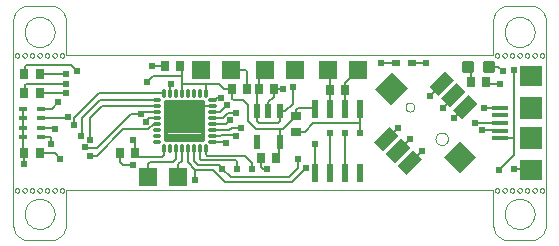
<source format=gtl>
G75*
%MOIN*%
%OFA0B0*%
%FSLAX24Y24*%
%IPPOS*%
%LPD*%
%AMOC8*
5,1,8,0,0,1.08239X$1,22.5*
%
%ADD10C,0.0000*%
%ADD11R,0.0728X0.0433*%
%ADD12R,0.0787X0.0748*%
%ADD13R,0.0551X0.0138*%
%ADD14R,0.0748X0.0709*%
%ADD15R,0.0748X0.0748*%
%ADD16R,0.0236X0.0610*%
%ADD17R,0.0217X0.0472*%
%ADD18C,0.0118*%
%ADD19R,0.0600X0.0600*%
%ADD20R,0.0276X0.0197*%
%ADD21R,0.0276X0.0354*%
%ADD22R,0.0354X0.0276*%
%ADD23C,0.0138*%
%ADD24R,0.0276X0.0177*%
%ADD25C,0.0240*%
%ADD26C,0.0080*%
D10*
X004943Y002737D02*
X005693Y002737D01*
X005737Y002739D01*
X005780Y002745D01*
X005822Y002754D01*
X005864Y002767D01*
X005904Y002784D01*
X005943Y002804D01*
X005980Y002827D01*
X006014Y002854D01*
X006047Y002883D01*
X006076Y002916D01*
X006103Y002950D01*
X006126Y002987D01*
X006146Y003026D01*
X006163Y003066D01*
X006176Y003108D01*
X006185Y003150D01*
X006191Y003193D01*
X006193Y003237D01*
X006193Y004393D01*
X020443Y004393D01*
X020443Y003237D01*
X020445Y003193D01*
X020451Y003150D01*
X020460Y003108D01*
X020473Y003066D01*
X020490Y003026D01*
X020510Y002987D01*
X020533Y002950D01*
X020560Y002916D01*
X020589Y002883D01*
X020622Y002854D01*
X020656Y002827D01*
X020693Y002804D01*
X020732Y002784D01*
X020772Y002767D01*
X020814Y002754D01*
X020856Y002745D01*
X020899Y002739D01*
X020943Y002737D01*
X021693Y002737D01*
X021737Y002739D01*
X021780Y002745D01*
X021822Y002754D01*
X021864Y002767D01*
X021904Y002784D01*
X021943Y002804D01*
X021980Y002827D01*
X022014Y002854D01*
X022047Y002883D01*
X022076Y002916D01*
X022103Y002950D01*
X022126Y002987D01*
X022146Y003026D01*
X022163Y003066D01*
X022176Y003108D01*
X022185Y003150D01*
X022191Y003193D01*
X022193Y003237D01*
X022193Y010050D01*
X022191Y010094D01*
X022185Y010137D01*
X022176Y010179D01*
X022163Y010221D01*
X022146Y010261D01*
X022126Y010300D01*
X022103Y010337D01*
X022076Y010371D01*
X022047Y010404D01*
X022014Y010433D01*
X021980Y010460D01*
X021943Y010483D01*
X021904Y010503D01*
X021864Y010520D01*
X021822Y010533D01*
X021780Y010542D01*
X021737Y010548D01*
X021693Y010550D01*
X020943Y010550D01*
X020899Y010548D01*
X020856Y010542D01*
X020814Y010533D01*
X020772Y010520D01*
X020732Y010503D01*
X020693Y010483D01*
X020656Y010460D01*
X020622Y010433D01*
X020589Y010404D01*
X020560Y010371D01*
X020533Y010337D01*
X020510Y010300D01*
X020490Y010261D01*
X020473Y010221D01*
X020460Y010179D01*
X020451Y010137D01*
X020445Y010094D01*
X020443Y010050D01*
X020443Y008893D01*
X006193Y008893D01*
X006193Y010050D01*
X006191Y010094D01*
X006185Y010137D01*
X006176Y010179D01*
X006163Y010221D01*
X006146Y010261D01*
X006126Y010300D01*
X006103Y010337D01*
X006076Y010371D01*
X006047Y010404D01*
X006014Y010433D01*
X005980Y010460D01*
X005943Y010483D01*
X005904Y010503D01*
X005864Y010520D01*
X005822Y010533D01*
X005780Y010542D01*
X005737Y010548D01*
X005693Y010550D01*
X004943Y010550D01*
X004899Y010548D01*
X004856Y010542D01*
X004814Y010533D01*
X004772Y010520D01*
X004732Y010503D01*
X004693Y010483D01*
X004656Y010460D01*
X004622Y010433D01*
X004589Y010404D01*
X004560Y010371D01*
X004533Y010337D01*
X004510Y010300D01*
X004490Y010261D01*
X004473Y010221D01*
X004460Y010179D01*
X004451Y010137D01*
X004445Y010094D01*
X004443Y010050D01*
X004443Y003237D01*
X004445Y003193D01*
X004451Y003150D01*
X004460Y003108D01*
X004473Y003066D01*
X004490Y003026D01*
X004510Y002987D01*
X004533Y002950D01*
X004560Y002916D01*
X004589Y002883D01*
X004622Y002854D01*
X004656Y002827D01*
X004693Y002804D01*
X004732Y002784D01*
X004772Y002767D01*
X004814Y002754D01*
X004856Y002745D01*
X004899Y002739D01*
X004943Y002737D01*
X004818Y003612D02*
X004820Y003656D01*
X004826Y003700D01*
X004836Y003743D01*
X004849Y003785D01*
X004866Y003826D01*
X004887Y003865D01*
X004911Y003902D01*
X004938Y003937D01*
X004968Y003969D01*
X005001Y003999D01*
X005037Y004025D01*
X005074Y004049D01*
X005114Y004068D01*
X005155Y004085D01*
X005198Y004097D01*
X005241Y004106D01*
X005285Y004111D01*
X005329Y004112D01*
X005373Y004109D01*
X005417Y004102D01*
X005460Y004091D01*
X005502Y004077D01*
X005542Y004059D01*
X005581Y004037D01*
X005617Y004013D01*
X005651Y003985D01*
X005683Y003954D01*
X005712Y003920D01*
X005738Y003884D01*
X005760Y003846D01*
X005779Y003806D01*
X005794Y003764D01*
X005806Y003722D01*
X005814Y003678D01*
X005818Y003634D01*
X005818Y003590D01*
X005814Y003546D01*
X005806Y003502D01*
X005794Y003460D01*
X005779Y003418D01*
X005760Y003378D01*
X005738Y003340D01*
X005712Y003304D01*
X005683Y003270D01*
X005651Y003239D01*
X005617Y003211D01*
X005581Y003187D01*
X005542Y003165D01*
X005502Y003147D01*
X005460Y003133D01*
X005417Y003122D01*
X005373Y003115D01*
X005329Y003112D01*
X005285Y003113D01*
X005241Y003118D01*
X005198Y003127D01*
X005155Y003139D01*
X005114Y003156D01*
X005074Y003175D01*
X005037Y003199D01*
X005001Y003225D01*
X004968Y003255D01*
X004938Y003287D01*
X004911Y003322D01*
X004887Y003359D01*
X004866Y003398D01*
X004849Y003439D01*
X004836Y003481D01*
X004826Y003524D01*
X004820Y003568D01*
X004818Y003612D01*
X004743Y004393D02*
X004745Y004410D01*
X004750Y004426D01*
X004759Y004440D01*
X004771Y004452D01*
X004785Y004461D01*
X004801Y004466D01*
X004818Y004468D01*
X004835Y004466D01*
X004851Y004461D01*
X004865Y004452D01*
X004877Y004440D01*
X004886Y004426D01*
X004891Y004410D01*
X004893Y004393D01*
X004891Y004376D01*
X004886Y004360D01*
X004877Y004346D01*
X004865Y004334D01*
X004851Y004325D01*
X004835Y004320D01*
X004818Y004318D01*
X004801Y004320D01*
X004785Y004325D01*
X004771Y004334D01*
X004759Y004346D01*
X004750Y004360D01*
X004745Y004376D01*
X004743Y004393D01*
X004493Y004393D02*
X004495Y004410D01*
X004500Y004426D01*
X004509Y004440D01*
X004521Y004452D01*
X004535Y004461D01*
X004551Y004466D01*
X004568Y004468D01*
X004585Y004466D01*
X004601Y004461D01*
X004615Y004452D01*
X004627Y004440D01*
X004636Y004426D01*
X004641Y004410D01*
X004643Y004393D01*
X004641Y004376D01*
X004636Y004360D01*
X004627Y004346D01*
X004615Y004334D01*
X004601Y004325D01*
X004585Y004320D01*
X004568Y004318D01*
X004551Y004320D01*
X004535Y004325D01*
X004521Y004334D01*
X004509Y004346D01*
X004500Y004360D01*
X004495Y004376D01*
X004493Y004393D01*
X004993Y004393D02*
X004995Y004410D01*
X005000Y004426D01*
X005009Y004440D01*
X005021Y004452D01*
X005035Y004461D01*
X005051Y004466D01*
X005068Y004468D01*
X005085Y004466D01*
X005101Y004461D01*
X005115Y004452D01*
X005127Y004440D01*
X005136Y004426D01*
X005141Y004410D01*
X005143Y004393D01*
X005141Y004376D01*
X005136Y004360D01*
X005127Y004346D01*
X005115Y004334D01*
X005101Y004325D01*
X005085Y004320D01*
X005068Y004318D01*
X005051Y004320D01*
X005035Y004325D01*
X005021Y004334D01*
X005009Y004346D01*
X005000Y004360D01*
X004995Y004376D01*
X004993Y004393D01*
X005243Y004393D02*
X005245Y004410D01*
X005250Y004426D01*
X005259Y004440D01*
X005271Y004452D01*
X005285Y004461D01*
X005301Y004466D01*
X005318Y004468D01*
X005335Y004466D01*
X005351Y004461D01*
X005365Y004452D01*
X005377Y004440D01*
X005386Y004426D01*
X005391Y004410D01*
X005393Y004393D01*
X005391Y004376D01*
X005386Y004360D01*
X005377Y004346D01*
X005365Y004334D01*
X005351Y004325D01*
X005335Y004320D01*
X005318Y004318D01*
X005301Y004320D01*
X005285Y004325D01*
X005271Y004334D01*
X005259Y004346D01*
X005250Y004360D01*
X005245Y004376D01*
X005243Y004393D01*
X005493Y004393D02*
X005495Y004410D01*
X005500Y004426D01*
X005509Y004440D01*
X005521Y004452D01*
X005535Y004461D01*
X005551Y004466D01*
X005568Y004468D01*
X005585Y004466D01*
X005601Y004461D01*
X005615Y004452D01*
X005627Y004440D01*
X005636Y004426D01*
X005641Y004410D01*
X005643Y004393D01*
X005641Y004376D01*
X005636Y004360D01*
X005627Y004346D01*
X005615Y004334D01*
X005601Y004325D01*
X005585Y004320D01*
X005568Y004318D01*
X005551Y004320D01*
X005535Y004325D01*
X005521Y004334D01*
X005509Y004346D01*
X005500Y004360D01*
X005495Y004376D01*
X005493Y004393D01*
X005743Y004393D02*
X005745Y004410D01*
X005750Y004426D01*
X005759Y004440D01*
X005771Y004452D01*
X005785Y004461D01*
X005801Y004466D01*
X005818Y004468D01*
X005835Y004466D01*
X005851Y004461D01*
X005865Y004452D01*
X005877Y004440D01*
X005886Y004426D01*
X005891Y004410D01*
X005893Y004393D01*
X005891Y004376D01*
X005886Y004360D01*
X005877Y004346D01*
X005865Y004334D01*
X005851Y004325D01*
X005835Y004320D01*
X005818Y004318D01*
X005801Y004320D01*
X005785Y004325D01*
X005771Y004334D01*
X005759Y004346D01*
X005750Y004360D01*
X005745Y004376D01*
X005743Y004393D01*
X005993Y004393D02*
X005995Y004410D01*
X006000Y004426D01*
X006009Y004440D01*
X006021Y004452D01*
X006035Y004461D01*
X006051Y004466D01*
X006068Y004468D01*
X006085Y004466D01*
X006101Y004461D01*
X006115Y004452D01*
X006127Y004440D01*
X006136Y004426D01*
X006141Y004410D01*
X006143Y004393D01*
X006141Y004376D01*
X006136Y004360D01*
X006127Y004346D01*
X006115Y004334D01*
X006101Y004325D01*
X006085Y004320D01*
X006068Y004318D01*
X006051Y004320D01*
X006035Y004325D01*
X006021Y004334D01*
X006009Y004346D01*
X006000Y004360D01*
X005995Y004376D01*
X005993Y004393D01*
X005993Y008893D02*
X005995Y008910D01*
X006000Y008926D01*
X006009Y008940D01*
X006021Y008952D01*
X006035Y008961D01*
X006051Y008966D01*
X006068Y008968D01*
X006085Y008966D01*
X006101Y008961D01*
X006115Y008952D01*
X006127Y008940D01*
X006136Y008926D01*
X006141Y008910D01*
X006143Y008893D01*
X006141Y008876D01*
X006136Y008860D01*
X006127Y008846D01*
X006115Y008834D01*
X006101Y008825D01*
X006085Y008820D01*
X006068Y008818D01*
X006051Y008820D01*
X006035Y008825D01*
X006021Y008834D01*
X006009Y008846D01*
X006000Y008860D01*
X005995Y008876D01*
X005993Y008893D01*
X005743Y008893D02*
X005745Y008910D01*
X005750Y008926D01*
X005759Y008940D01*
X005771Y008952D01*
X005785Y008961D01*
X005801Y008966D01*
X005818Y008968D01*
X005835Y008966D01*
X005851Y008961D01*
X005865Y008952D01*
X005877Y008940D01*
X005886Y008926D01*
X005891Y008910D01*
X005893Y008893D01*
X005891Y008876D01*
X005886Y008860D01*
X005877Y008846D01*
X005865Y008834D01*
X005851Y008825D01*
X005835Y008820D01*
X005818Y008818D01*
X005801Y008820D01*
X005785Y008825D01*
X005771Y008834D01*
X005759Y008846D01*
X005750Y008860D01*
X005745Y008876D01*
X005743Y008893D01*
X005493Y008893D02*
X005495Y008910D01*
X005500Y008926D01*
X005509Y008940D01*
X005521Y008952D01*
X005535Y008961D01*
X005551Y008966D01*
X005568Y008968D01*
X005585Y008966D01*
X005601Y008961D01*
X005615Y008952D01*
X005627Y008940D01*
X005636Y008926D01*
X005641Y008910D01*
X005643Y008893D01*
X005641Y008876D01*
X005636Y008860D01*
X005627Y008846D01*
X005615Y008834D01*
X005601Y008825D01*
X005585Y008820D01*
X005568Y008818D01*
X005551Y008820D01*
X005535Y008825D01*
X005521Y008834D01*
X005509Y008846D01*
X005500Y008860D01*
X005495Y008876D01*
X005493Y008893D01*
X005243Y008893D02*
X005245Y008910D01*
X005250Y008926D01*
X005259Y008940D01*
X005271Y008952D01*
X005285Y008961D01*
X005301Y008966D01*
X005318Y008968D01*
X005335Y008966D01*
X005351Y008961D01*
X005365Y008952D01*
X005377Y008940D01*
X005386Y008926D01*
X005391Y008910D01*
X005393Y008893D01*
X005391Y008876D01*
X005386Y008860D01*
X005377Y008846D01*
X005365Y008834D01*
X005351Y008825D01*
X005335Y008820D01*
X005318Y008818D01*
X005301Y008820D01*
X005285Y008825D01*
X005271Y008834D01*
X005259Y008846D01*
X005250Y008860D01*
X005245Y008876D01*
X005243Y008893D01*
X004993Y008893D02*
X004995Y008910D01*
X005000Y008926D01*
X005009Y008940D01*
X005021Y008952D01*
X005035Y008961D01*
X005051Y008966D01*
X005068Y008968D01*
X005085Y008966D01*
X005101Y008961D01*
X005115Y008952D01*
X005127Y008940D01*
X005136Y008926D01*
X005141Y008910D01*
X005143Y008893D01*
X005141Y008876D01*
X005136Y008860D01*
X005127Y008846D01*
X005115Y008834D01*
X005101Y008825D01*
X005085Y008820D01*
X005068Y008818D01*
X005051Y008820D01*
X005035Y008825D01*
X005021Y008834D01*
X005009Y008846D01*
X005000Y008860D01*
X004995Y008876D01*
X004993Y008893D01*
X004743Y008893D02*
X004745Y008910D01*
X004750Y008926D01*
X004759Y008940D01*
X004771Y008952D01*
X004785Y008961D01*
X004801Y008966D01*
X004818Y008968D01*
X004835Y008966D01*
X004851Y008961D01*
X004865Y008952D01*
X004877Y008940D01*
X004886Y008926D01*
X004891Y008910D01*
X004893Y008893D01*
X004891Y008876D01*
X004886Y008860D01*
X004877Y008846D01*
X004865Y008834D01*
X004851Y008825D01*
X004835Y008820D01*
X004818Y008818D01*
X004801Y008820D01*
X004785Y008825D01*
X004771Y008834D01*
X004759Y008846D01*
X004750Y008860D01*
X004745Y008876D01*
X004743Y008893D01*
X004493Y008893D02*
X004495Y008910D01*
X004500Y008926D01*
X004509Y008940D01*
X004521Y008952D01*
X004535Y008961D01*
X004551Y008966D01*
X004568Y008968D01*
X004585Y008966D01*
X004601Y008961D01*
X004615Y008952D01*
X004627Y008940D01*
X004636Y008926D01*
X004641Y008910D01*
X004643Y008893D01*
X004641Y008876D01*
X004636Y008860D01*
X004627Y008846D01*
X004615Y008834D01*
X004601Y008825D01*
X004585Y008820D01*
X004568Y008818D01*
X004551Y008820D01*
X004535Y008825D01*
X004521Y008834D01*
X004509Y008846D01*
X004500Y008860D01*
X004495Y008876D01*
X004493Y008893D01*
X004818Y009675D02*
X004820Y009719D01*
X004826Y009763D01*
X004836Y009806D01*
X004849Y009848D01*
X004866Y009889D01*
X004887Y009928D01*
X004911Y009965D01*
X004938Y010000D01*
X004968Y010032D01*
X005001Y010062D01*
X005037Y010088D01*
X005074Y010112D01*
X005114Y010131D01*
X005155Y010148D01*
X005198Y010160D01*
X005241Y010169D01*
X005285Y010174D01*
X005329Y010175D01*
X005373Y010172D01*
X005417Y010165D01*
X005460Y010154D01*
X005502Y010140D01*
X005542Y010122D01*
X005581Y010100D01*
X005617Y010076D01*
X005651Y010048D01*
X005683Y010017D01*
X005712Y009983D01*
X005738Y009947D01*
X005760Y009909D01*
X005779Y009869D01*
X005794Y009827D01*
X005806Y009785D01*
X005814Y009741D01*
X005818Y009697D01*
X005818Y009653D01*
X005814Y009609D01*
X005806Y009565D01*
X005794Y009523D01*
X005779Y009481D01*
X005760Y009441D01*
X005738Y009403D01*
X005712Y009367D01*
X005683Y009333D01*
X005651Y009302D01*
X005617Y009274D01*
X005581Y009250D01*
X005542Y009228D01*
X005502Y009210D01*
X005460Y009196D01*
X005417Y009185D01*
X005373Y009178D01*
X005329Y009175D01*
X005285Y009176D01*
X005241Y009181D01*
X005198Y009190D01*
X005155Y009202D01*
X005114Y009219D01*
X005074Y009238D01*
X005037Y009262D01*
X005001Y009288D01*
X004968Y009318D01*
X004938Y009350D01*
X004911Y009385D01*
X004887Y009422D01*
X004866Y009461D01*
X004849Y009502D01*
X004836Y009544D01*
X004826Y009587D01*
X004820Y009631D01*
X004818Y009675D01*
X017516Y007172D02*
X017518Y007196D01*
X017524Y007219D01*
X017533Y007241D01*
X017546Y007261D01*
X017561Y007279D01*
X017580Y007294D01*
X017601Y007306D01*
X017623Y007314D01*
X017646Y007319D01*
X017670Y007320D01*
X017694Y007317D01*
X017716Y007310D01*
X017738Y007300D01*
X017758Y007287D01*
X017775Y007270D01*
X017789Y007251D01*
X017800Y007230D01*
X017808Y007207D01*
X017812Y007184D01*
X017812Y007160D01*
X017808Y007137D01*
X017800Y007114D01*
X017789Y007093D01*
X017775Y007074D01*
X017758Y007057D01*
X017738Y007044D01*
X017716Y007034D01*
X017694Y007027D01*
X017670Y007024D01*
X017646Y007025D01*
X017623Y007030D01*
X017601Y007038D01*
X017580Y007050D01*
X017561Y007065D01*
X017546Y007083D01*
X017533Y007103D01*
X017524Y007125D01*
X017518Y007148D01*
X017516Y007172D01*
X018515Y006114D02*
X018517Y006142D01*
X018523Y006170D01*
X018532Y006196D01*
X018545Y006222D01*
X018561Y006245D01*
X018581Y006265D01*
X018603Y006283D01*
X018627Y006298D01*
X018653Y006309D01*
X018680Y006317D01*
X018708Y006321D01*
X018736Y006321D01*
X018764Y006317D01*
X018791Y006309D01*
X018817Y006298D01*
X018841Y006283D01*
X018863Y006265D01*
X018883Y006245D01*
X018899Y006222D01*
X018912Y006196D01*
X018921Y006170D01*
X018927Y006142D01*
X018929Y006114D01*
X018927Y006086D01*
X018921Y006058D01*
X018912Y006032D01*
X018899Y006006D01*
X018883Y005983D01*
X018863Y005963D01*
X018841Y005945D01*
X018817Y005930D01*
X018791Y005919D01*
X018764Y005911D01*
X018736Y005907D01*
X018708Y005907D01*
X018680Y005911D01*
X018653Y005919D01*
X018627Y005930D01*
X018603Y005945D01*
X018581Y005963D01*
X018561Y005983D01*
X018545Y006006D01*
X018532Y006032D01*
X018523Y006058D01*
X018517Y006086D01*
X018515Y006114D01*
X020493Y004393D02*
X020495Y004410D01*
X020500Y004426D01*
X020509Y004440D01*
X020521Y004452D01*
X020535Y004461D01*
X020551Y004466D01*
X020568Y004468D01*
X020585Y004466D01*
X020601Y004461D01*
X020615Y004452D01*
X020627Y004440D01*
X020636Y004426D01*
X020641Y004410D01*
X020643Y004393D01*
X020641Y004376D01*
X020636Y004360D01*
X020627Y004346D01*
X020615Y004334D01*
X020601Y004325D01*
X020585Y004320D01*
X020568Y004318D01*
X020551Y004320D01*
X020535Y004325D01*
X020521Y004334D01*
X020509Y004346D01*
X020500Y004360D01*
X020495Y004376D01*
X020493Y004393D01*
X020743Y004393D02*
X020745Y004410D01*
X020750Y004426D01*
X020759Y004440D01*
X020771Y004452D01*
X020785Y004461D01*
X020801Y004466D01*
X020818Y004468D01*
X020835Y004466D01*
X020851Y004461D01*
X020865Y004452D01*
X020877Y004440D01*
X020886Y004426D01*
X020891Y004410D01*
X020893Y004393D01*
X020891Y004376D01*
X020886Y004360D01*
X020877Y004346D01*
X020865Y004334D01*
X020851Y004325D01*
X020835Y004320D01*
X020818Y004318D01*
X020801Y004320D01*
X020785Y004325D01*
X020771Y004334D01*
X020759Y004346D01*
X020750Y004360D01*
X020745Y004376D01*
X020743Y004393D01*
X020993Y004393D02*
X020995Y004410D01*
X021000Y004426D01*
X021009Y004440D01*
X021021Y004452D01*
X021035Y004461D01*
X021051Y004466D01*
X021068Y004468D01*
X021085Y004466D01*
X021101Y004461D01*
X021115Y004452D01*
X021127Y004440D01*
X021136Y004426D01*
X021141Y004410D01*
X021143Y004393D01*
X021141Y004376D01*
X021136Y004360D01*
X021127Y004346D01*
X021115Y004334D01*
X021101Y004325D01*
X021085Y004320D01*
X021068Y004318D01*
X021051Y004320D01*
X021035Y004325D01*
X021021Y004334D01*
X021009Y004346D01*
X021000Y004360D01*
X020995Y004376D01*
X020993Y004393D01*
X021243Y004393D02*
X021245Y004410D01*
X021250Y004426D01*
X021259Y004440D01*
X021271Y004452D01*
X021285Y004461D01*
X021301Y004466D01*
X021318Y004468D01*
X021335Y004466D01*
X021351Y004461D01*
X021365Y004452D01*
X021377Y004440D01*
X021386Y004426D01*
X021391Y004410D01*
X021393Y004393D01*
X021391Y004376D01*
X021386Y004360D01*
X021377Y004346D01*
X021365Y004334D01*
X021351Y004325D01*
X021335Y004320D01*
X021318Y004318D01*
X021301Y004320D01*
X021285Y004325D01*
X021271Y004334D01*
X021259Y004346D01*
X021250Y004360D01*
X021245Y004376D01*
X021243Y004393D01*
X021493Y004393D02*
X021495Y004410D01*
X021500Y004426D01*
X021509Y004440D01*
X021521Y004452D01*
X021535Y004461D01*
X021551Y004466D01*
X021568Y004468D01*
X021585Y004466D01*
X021601Y004461D01*
X021615Y004452D01*
X021627Y004440D01*
X021636Y004426D01*
X021641Y004410D01*
X021643Y004393D01*
X021641Y004376D01*
X021636Y004360D01*
X021627Y004346D01*
X021615Y004334D01*
X021601Y004325D01*
X021585Y004320D01*
X021568Y004318D01*
X021551Y004320D01*
X021535Y004325D01*
X021521Y004334D01*
X021509Y004346D01*
X021500Y004360D01*
X021495Y004376D01*
X021493Y004393D01*
X021743Y004393D02*
X021745Y004410D01*
X021750Y004426D01*
X021759Y004440D01*
X021771Y004452D01*
X021785Y004461D01*
X021801Y004466D01*
X021818Y004468D01*
X021835Y004466D01*
X021851Y004461D01*
X021865Y004452D01*
X021877Y004440D01*
X021886Y004426D01*
X021891Y004410D01*
X021893Y004393D01*
X021891Y004376D01*
X021886Y004360D01*
X021877Y004346D01*
X021865Y004334D01*
X021851Y004325D01*
X021835Y004320D01*
X021818Y004318D01*
X021801Y004320D01*
X021785Y004325D01*
X021771Y004334D01*
X021759Y004346D01*
X021750Y004360D01*
X021745Y004376D01*
X021743Y004393D01*
X021993Y004393D02*
X021995Y004410D01*
X022000Y004426D01*
X022009Y004440D01*
X022021Y004452D01*
X022035Y004461D01*
X022051Y004466D01*
X022068Y004468D01*
X022085Y004466D01*
X022101Y004461D01*
X022115Y004452D01*
X022127Y004440D01*
X022136Y004426D01*
X022141Y004410D01*
X022143Y004393D01*
X022141Y004376D01*
X022136Y004360D01*
X022127Y004346D01*
X022115Y004334D01*
X022101Y004325D01*
X022085Y004320D01*
X022068Y004318D01*
X022051Y004320D01*
X022035Y004325D01*
X022021Y004334D01*
X022009Y004346D01*
X022000Y004360D01*
X021995Y004376D01*
X021993Y004393D01*
X020818Y003612D02*
X020820Y003656D01*
X020826Y003700D01*
X020836Y003743D01*
X020849Y003785D01*
X020866Y003826D01*
X020887Y003865D01*
X020911Y003902D01*
X020938Y003937D01*
X020968Y003969D01*
X021001Y003999D01*
X021037Y004025D01*
X021074Y004049D01*
X021114Y004068D01*
X021155Y004085D01*
X021198Y004097D01*
X021241Y004106D01*
X021285Y004111D01*
X021329Y004112D01*
X021373Y004109D01*
X021417Y004102D01*
X021460Y004091D01*
X021502Y004077D01*
X021542Y004059D01*
X021581Y004037D01*
X021617Y004013D01*
X021651Y003985D01*
X021683Y003954D01*
X021712Y003920D01*
X021738Y003884D01*
X021760Y003846D01*
X021779Y003806D01*
X021794Y003764D01*
X021806Y003722D01*
X021814Y003678D01*
X021818Y003634D01*
X021818Y003590D01*
X021814Y003546D01*
X021806Y003502D01*
X021794Y003460D01*
X021779Y003418D01*
X021760Y003378D01*
X021738Y003340D01*
X021712Y003304D01*
X021683Y003270D01*
X021651Y003239D01*
X021617Y003211D01*
X021581Y003187D01*
X021542Y003165D01*
X021502Y003147D01*
X021460Y003133D01*
X021417Y003122D01*
X021373Y003115D01*
X021329Y003112D01*
X021285Y003113D01*
X021241Y003118D01*
X021198Y003127D01*
X021155Y003139D01*
X021114Y003156D01*
X021074Y003175D01*
X021037Y003199D01*
X021001Y003225D01*
X020968Y003255D01*
X020938Y003287D01*
X020911Y003322D01*
X020887Y003359D01*
X020866Y003398D01*
X020849Y003439D01*
X020836Y003481D01*
X020826Y003524D01*
X020820Y003568D01*
X020818Y003612D01*
X020743Y008893D02*
X020745Y008910D01*
X020750Y008926D01*
X020759Y008940D01*
X020771Y008952D01*
X020785Y008961D01*
X020801Y008966D01*
X020818Y008968D01*
X020835Y008966D01*
X020851Y008961D01*
X020865Y008952D01*
X020877Y008940D01*
X020886Y008926D01*
X020891Y008910D01*
X020893Y008893D01*
X020891Y008876D01*
X020886Y008860D01*
X020877Y008846D01*
X020865Y008834D01*
X020851Y008825D01*
X020835Y008820D01*
X020818Y008818D01*
X020801Y008820D01*
X020785Y008825D01*
X020771Y008834D01*
X020759Y008846D01*
X020750Y008860D01*
X020745Y008876D01*
X020743Y008893D01*
X020493Y008893D02*
X020495Y008910D01*
X020500Y008926D01*
X020509Y008940D01*
X020521Y008952D01*
X020535Y008961D01*
X020551Y008966D01*
X020568Y008968D01*
X020585Y008966D01*
X020601Y008961D01*
X020615Y008952D01*
X020627Y008940D01*
X020636Y008926D01*
X020641Y008910D01*
X020643Y008893D01*
X020641Y008876D01*
X020636Y008860D01*
X020627Y008846D01*
X020615Y008834D01*
X020601Y008825D01*
X020585Y008820D01*
X020568Y008818D01*
X020551Y008820D01*
X020535Y008825D01*
X020521Y008834D01*
X020509Y008846D01*
X020500Y008860D01*
X020495Y008876D01*
X020493Y008893D01*
X020993Y008893D02*
X020995Y008910D01*
X021000Y008926D01*
X021009Y008940D01*
X021021Y008952D01*
X021035Y008961D01*
X021051Y008966D01*
X021068Y008968D01*
X021085Y008966D01*
X021101Y008961D01*
X021115Y008952D01*
X021127Y008940D01*
X021136Y008926D01*
X021141Y008910D01*
X021143Y008893D01*
X021141Y008876D01*
X021136Y008860D01*
X021127Y008846D01*
X021115Y008834D01*
X021101Y008825D01*
X021085Y008820D01*
X021068Y008818D01*
X021051Y008820D01*
X021035Y008825D01*
X021021Y008834D01*
X021009Y008846D01*
X021000Y008860D01*
X020995Y008876D01*
X020993Y008893D01*
X021243Y008893D02*
X021245Y008910D01*
X021250Y008926D01*
X021259Y008940D01*
X021271Y008952D01*
X021285Y008961D01*
X021301Y008966D01*
X021318Y008968D01*
X021335Y008966D01*
X021351Y008961D01*
X021365Y008952D01*
X021377Y008940D01*
X021386Y008926D01*
X021391Y008910D01*
X021393Y008893D01*
X021391Y008876D01*
X021386Y008860D01*
X021377Y008846D01*
X021365Y008834D01*
X021351Y008825D01*
X021335Y008820D01*
X021318Y008818D01*
X021301Y008820D01*
X021285Y008825D01*
X021271Y008834D01*
X021259Y008846D01*
X021250Y008860D01*
X021245Y008876D01*
X021243Y008893D01*
X021493Y008893D02*
X021495Y008910D01*
X021500Y008926D01*
X021509Y008940D01*
X021521Y008952D01*
X021535Y008961D01*
X021551Y008966D01*
X021568Y008968D01*
X021585Y008966D01*
X021601Y008961D01*
X021615Y008952D01*
X021627Y008940D01*
X021636Y008926D01*
X021641Y008910D01*
X021643Y008893D01*
X021641Y008876D01*
X021636Y008860D01*
X021627Y008846D01*
X021615Y008834D01*
X021601Y008825D01*
X021585Y008820D01*
X021568Y008818D01*
X021551Y008820D01*
X021535Y008825D01*
X021521Y008834D01*
X021509Y008846D01*
X021500Y008860D01*
X021495Y008876D01*
X021493Y008893D01*
X021743Y008893D02*
X021745Y008910D01*
X021750Y008926D01*
X021759Y008940D01*
X021771Y008952D01*
X021785Y008961D01*
X021801Y008966D01*
X021818Y008968D01*
X021835Y008966D01*
X021851Y008961D01*
X021865Y008952D01*
X021877Y008940D01*
X021886Y008926D01*
X021891Y008910D01*
X021893Y008893D01*
X021891Y008876D01*
X021886Y008860D01*
X021877Y008846D01*
X021865Y008834D01*
X021851Y008825D01*
X021835Y008820D01*
X021818Y008818D01*
X021801Y008820D01*
X021785Y008825D01*
X021771Y008834D01*
X021759Y008846D01*
X021750Y008860D01*
X021745Y008876D01*
X021743Y008893D01*
X021993Y008893D02*
X021995Y008910D01*
X022000Y008926D01*
X022009Y008940D01*
X022021Y008952D01*
X022035Y008961D01*
X022051Y008966D01*
X022068Y008968D01*
X022085Y008966D01*
X022101Y008961D01*
X022115Y008952D01*
X022127Y008940D01*
X022136Y008926D01*
X022141Y008910D01*
X022143Y008893D01*
X022141Y008876D01*
X022136Y008860D01*
X022127Y008846D01*
X022115Y008834D01*
X022101Y008825D01*
X022085Y008820D01*
X022068Y008818D01*
X022051Y008820D01*
X022035Y008825D01*
X022021Y008834D01*
X022009Y008846D01*
X022000Y008860D01*
X021995Y008876D01*
X021993Y008893D01*
X020818Y009675D02*
X020820Y009719D01*
X020826Y009763D01*
X020836Y009806D01*
X020849Y009848D01*
X020866Y009889D01*
X020887Y009928D01*
X020911Y009965D01*
X020938Y010000D01*
X020968Y010032D01*
X021001Y010062D01*
X021037Y010088D01*
X021074Y010112D01*
X021114Y010131D01*
X021155Y010148D01*
X021198Y010160D01*
X021241Y010169D01*
X021285Y010174D01*
X021329Y010175D01*
X021373Y010172D01*
X021417Y010165D01*
X021460Y010154D01*
X021502Y010140D01*
X021542Y010122D01*
X021581Y010100D01*
X021617Y010076D01*
X021651Y010048D01*
X021683Y010017D01*
X021712Y009983D01*
X021738Y009947D01*
X021760Y009909D01*
X021779Y009869D01*
X021794Y009827D01*
X021806Y009785D01*
X021814Y009741D01*
X021818Y009697D01*
X021818Y009653D01*
X021814Y009609D01*
X021806Y009565D01*
X021794Y009523D01*
X021779Y009481D01*
X021760Y009441D01*
X021738Y009403D01*
X021712Y009367D01*
X021683Y009333D01*
X021651Y009302D01*
X021617Y009274D01*
X021581Y009250D01*
X021542Y009228D01*
X021502Y009210D01*
X021460Y009196D01*
X021417Y009185D01*
X021373Y009178D01*
X021329Y009175D01*
X021285Y009176D01*
X021241Y009181D01*
X021198Y009190D01*
X021155Y009202D01*
X021114Y009219D01*
X021074Y009238D01*
X021037Y009262D01*
X021001Y009288D01*
X020968Y009318D01*
X020938Y009350D01*
X020911Y009385D01*
X020887Y009422D01*
X020866Y009461D01*
X020849Y009502D01*
X020836Y009544D01*
X020826Y009587D01*
X020820Y009631D01*
X020818Y009675D01*
D11*
G36*
X019139Y008063D02*
X018625Y007549D01*
X018319Y007855D01*
X018833Y008369D01*
X019139Y008063D01*
G37*
G36*
X019528Y007673D02*
X019014Y007159D01*
X018708Y007465D01*
X019222Y007979D01*
X019528Y007673D01*
G37*
G36*
X019918Y007283D02*
X019404Y006769D01*
X019098Y007075D01*
X019612Y007589D01*
X019918Y007283D01*
G37*
G36*
X017677Y005822D02*
X017163Y005308D01*
X016857Y005614D01*
X017371Y006128D01*
X017677Y005822D01*
G37*
G36*
X018067Y005432D02*
X017553Y004918D01*
X017247Y005224D01*
X017761Y005738D01*
X018067Y005432D01*
G37*
G36*
X017287Y006211D02*
X016773Y005697D01*
X016467Y006003D01*
X016981Y006517D01*
X017287Y006211D01*
G37*
D12*
G36*
X019876Y005515D02*
X019321Y004960D01*
X018792Y005489D01*
X019347Y006044D01*
X019876Y005515D01*
G37*
G36*
X017593Y007798D02*
X017038Y007243D01*
X016509Y007772D01*
X017064Y008327D01*
X017593Y007798D01*
G37*
D13*
X020650Y007155D03*
X020650Y006899D03*
X020650Y006643D03*
X020650Y006387D03*
X020650Y006131D03*
D14*
X021693Y005069D03*
X021693Y008218D03*
D15*
X021693Y007143D03*
X021693Y006143D03*
D16*
X016005Y007109D03*
X015505Y007109D03*
X015005Y007109D03*
X014505Y007109D03*
X014505Y004983D03*
X015005Y004983D03*
X015505Y004983D03*
X016005Y004983D03*
D17*
X013317Y006006D03*
X012569Y006006D03*
X012569Y007030D03*
X012943Y007030D03*
X013317Y007030D03*
D18*
X011166Y007001D02*
X011008Y007001D01*
X011008Y007198D02*
X011166Y007198D01*
X011166Y007395D02*
X011008Y007395D01*
X010851Y007552D02*
X010851Y007710D01*
X010654Y007710D02*
X010654Y007552D01*
X010457Y007552D02*
X010457Y007710D01*
X010260Y007710D02*
X010260Y007552D01*
X010063Y007552D02*
X010063Y007710D01*
X009866Y007710D02*
X009866Y007552D01*
X009669Y007552D02*
X009669Y007710D01*
X009473Y007710D02*
X009473Y007552D01*
X009315Y007395D02*
X009157Y007395D01*
X009157Y007198D02*
X009315Y007198D01*
X009315Y007001D02*
X009157Y007001D01*
X009157Y006804D02*
X009315Y006804D01*
X009315Y006607D02*
X009157Y006607D01*
X009157Y006411D02*
X009315Y006411D01*
X009315Y006214D02*
X009157Y006214D01*
X009157Y006017D02*
X009315Y006017D01*
X009473Y005860D02*
X009473Y005702D01*
X009669Y005702D02*
X009669Y005860D01*
X009866Y005860D02*
X009866Y005702D01*
X010063Y005702D02*
X010063Y005860D01*
X010260Y005860D02*
X010260Y005702D01*
X010457Y005702D02*
X010457Y005860D01*
X010654Y005860D02*
X010654Y005702D01*
X010851Y005702D02*
X010851Y005860D01*
X011008Y006017D02*
X011166Y006017D01*
X011166Y006214D02*
X011008Y006214D01*
X011008Y006411D02*
X011166Y006411D01*
X011166Y006607D02*
X011008Y006607D01*
X011008Y006804D02*
X011166Y006804D01*
X019460Y008380D02*
X019460Y008656D01*
X019736Y008656D01*
X019736Y008380D01*
X019460Y008380D01*
X019460Y008497D02*
X019736Y008497D01*
X019736Y008614D02*
X019460Y008614D01*
X020150Y008656D02*
X020150Y008380D01*
X020150Y008656D02*
X020426Y008656D01*
X020426Y008380D01*
X020150Y008380D01*
X020150Y008497D02*
X020426Y008497D01*
X020426Y008614D02*
X020150Y008614D01*
D19*
X015943Y008393D03*
X014943Y008393D03*
X013818Y008393D03*
X012818Y008393D03*
X011693Y008393D03*
X010693Y008393D03*
X009943Y004831D03*
X008943Y004831D03*
D20*
X017207Y008643D03*
X017718Y008643D03*
D21*
X019687Y008018D03*
X020199Y008018D03*
X015511Y007737D03*
X014999Y007737D03*
X013136Y007768D03*
X012624Y007768D03*
X012230Y007768D03*
X011718Y007768D03*
X010011Y008550D03*
X009499Y008550D03*
X005324Y008268D03*
X004812Y008268D03*
X004812Y007643D03*
X005324Y007643D03*
X005324Y005643D03*
X004812Y005643D03*
X007999Y005643D03*
X008511Y005643D03*
X012687Y005487D03*
X013199Y005487D03*
D22*
X013880Y006356D03*
X013880Y006868D03*
D23*
X009542Y007326D02*
X009542Y006086D01*
X009542Y007326D02*
X010782Y007326D01*
X010782Y006086D01*
X009542Y006086D01*
X009542Y006223D02*
X010782Y006223D01*
X010782Y006360D02*
X009542Y006360D01*
X009542Y006497D02*
X010782Y006497D01*
X010782Y006634D02*
X009542Y006634D01*
X009542Y006771D02*
X010782Y006771D01*
X010782Y006908D02*
X009542Y006908D01*
X009542Y007045D02*
X010782Y007045D01*
X010782Y007182D02*
X009542Y007182D01*
X009542Y007319D02*
X010782Y007319D01*
D24*
X005373Y007116D03*
X005373Y006801D03*
X005373Y006486D03*
X005373Y006171D03*
X004763Y006171D03*
X004763Y006486D03*
X004763Y006801D03*
X004763Y007116D03*
D25*
X005943Y007331D03*
X006193Y007643D03*
X006193Y007956D03*
X006193Y008268D03*
X006568Y008362D03*
X008912Y008018D03*
X009693Y007956D03*
X009068Y008550D03*
X011380Y007487D03*
X011568Y007237D03*
X011849Y006987D03*
X011662Y006737D03*
X012037Y006487D03*
X011880Y006206D03*
X011537Y005987D03*
X010162Y006706D03*
X008849Y006675D03*
X008693Y006956D03*
X008443Y006081D03*
X007005Y006081D03*
X006818Y005831D03*
X007005Y005550D03*
X006005Y005456D03*
X005693Y005956D03*
X005818Y006456D03*
X006474Y006581D03*
X006255Y006831D03*
X006693Y006206D03*
X008443Y005237D03*
X010505Y004737D03*
X011412Y005113D03*
X011912Y005112D03*
X012412Y005112D03*
X012912Y005112D03*
X013943Y005425D03*
X014193Y005143D03*
X014505Y005956D03*
X015005Y006300D03*
X015505Y006300D03*
X016005Y006300D03*
X017255Y006487D03*
X017662Y006112D03*
X018068Y005706D03*
X019130Y006800D03*
X018755Y007143D03*
X018318Y007550D03*
X019818Y006637D03*
X020068Y006393D03*
X020130Y007143D03*
X020662Y007956D03*
X020755Y008362D03*
X021130Y008419D03*
X021912Y008393D03*
X018193Y008643D03*
X016693Y008643D03*
X013755Y007831D03*
X013443Y007768D03*
X020630Y005081D03*
X021130Y005112D03*
X004787Y005268D03*
D26*
X004787Y005669D01*
X004812Y005643D01*
X004763Y005693D01*
X004763Y006171D01*
X004763Y006801D01*
X004763Y006486D01*
X004763Y006171D01*
X004787Y005700D02*
X004787Y005669D01*
X005324Y005643D02*
X005818Y005643D01*
X006005Y005456D01*
X005693Y005956D02*
X005693Y006143D01*
X005665Y006171D01*
X005373Y006171D01*
X005373Y006486D02*
X005788Y006486D01*
X005818Y006456D01*
X006225Y006801D02*
X005373Y006801D01*
X005373Y007116D02*
X005728Y007116D01*
X005943Y007331D01*
X006193Y007643D02*
X005324Y007643D01*
X004818Y007649D02*
X004818Y007893D01*
X004880Y007956D01*
X006193Y007956D01*
X006193Y008268D02*
X005324Y008268D01*
X004818Y008274D02*
X004818Y008518D01*
X004880Y008581D01*
X006349Y008581D01*
X006568Y008362D01*
X007306Y007631D02*
X006474Y006800D01*
X006474Y006581D01*
X006225Y006801D02*
X006255Y006831D01*
X006724Y006800D02*
X006724Y006237D01*
X006693Y006206D01*
X007005Y006081D02*
X007005Y006813D01*
X007390Y007198D01*
X009236Y007198D01*
X009236Y007001D02*
X008738Y007001D01*
X008693Y006956D01*
X008367Y006956D01*
X007224Y005813D01*
X006836Y005813D01*
X006818Y005831D01*
X007005Y005550D02*
X007216Y005550D01*
X008091Y006425D01*
X008943Y006425D01*
X009126Y006607D01*
X009236Y006607D01*
X009236Y006804D02*
X008979Y006804D01*
X008849Y006675D01*
X008443Y006081D02*
X008511Y006012D01*
X008511Y005643D01*
X008636Y005518D01*
X009412Y005518D01*
X009473Y005579D01*
X009473Y005781D01*
X009866Y005781D02*
X009866Y005442D01*
X009755Y005331D01*
X009005Y005331D01*
X008943Y005268D01*
X008943Y004831D01*
X008443Y005237D02*
X008099Y005237D01*
X008005Y005331D01*
X008005Y005637D01*
X007999Y005643D01*
X009943Y005268D02*
X009943Y004831D01*
X009943Y005268D02*
X010063Y005389D01*
X010063Y005781D01*
X010260Y005781D02*
X010260Y005326D01*
X010505Y005081D01*
X010505Y004737D01*
X010505Y005081D02*
X011099Y005081D01*
X011505Y004675D01*
X013724Y004675D01*
X014193Y005143D01*
X014505Y004983D02*
X014505Y005956D01*
X015005Y006300D02*
X015005Y004983D01*
X015505Y004983D02*
X015505Y006300D01*
X016005Y006300D02*
X016005Y006643D01*
X016005Y007109D01*
X015505Y007109D02*
X015505Y007731D01*
X015511Y007737D01*
X015511Y007962D01*
X015943Y008393D01*
X016693Y008643D02*
X017207Y008643D01*
X017718Y008643D02*
X018193Y008643D01*
X018727Y007959D02*
X018318Y007550D01*
X018727Y007959D02*
X018729Y007959D01*
X019118Y007569D02*
X019118Y007506D01*
X018755Y007143D01*
X019130Y006800D02*
X019508Y007177D01*
X019508Y007179D01*
X020130Y007143D02*
X020142Y007155D01*
X020650Y007155D01*
X020650Y006643D02*
X020643Y006637D01*
X019818Y006637D01*
X020068Y006393D02*
X020644Y006393D01*
X020650Y006387D01*
X020650Y006131D02*
X021119Y006131D01*
X021130Y006143D01*
X021130Y005581D01*
X020630Y005081D01*
X021130Y005112D02*
X021649Y005112D01*
X021693Y005069D01*
X021705Y005069D01*
X021130Y006143D02*
X021130Y008419D01*
X020755Y008362D02*
X020599Y008518D01*
X020288Y008518D01*
X019687Y008429D02*
X019598Y008518D01*
X019687Y008429D02*
X019687Y008018D01*
X020193Y008012D02*
X020199Y008018D01*
X020261Y007956D01*
X020662Y007956D01*
X021693Y008218D02*
X021705Y008206D01*
X021755Y008206D01*
X021755Y008237D01*
X021912Y008393D01*
X017662Y006112D02*
X017267Y005718D01*
X017627Y005328D02*
X017657Y005328D01*
X017690Y005328D01*
X018068Y005706D01*
X017255Y006485D02*
X016877Y006107D01*
X017255Y006485D02*
X017255Y006487D01*
X016005Y006643D02*
X014443Y006643D01*
X014156Y006356D01*
X013880Y006356D01*
X013437Y006425D02*
X013880Y006868D01*
X013880Y007081D01*
X013943Y007143D01*
X014471Y007143D01*
X014505Y007109D01*
X015005Y007109D02*
X015005Y007731D01*
X014999Y007737D01*
X014999Y008337D01*
X014943Y008393D01*
X013755Y007831D02*
X013755Y007287D01*
X013498Y007030D01*
X013317Y007030D01*
X013317Y006705D01*
X013255Y006643D01*
X012630Y006643D01*
X012568Y006706D01*
X012568Y007031D01*
X012569Y007030D01*
X012569Y007713D01*
X012624Y007768D01*
X012624Y008200D01*
X012818Y008393D01*
X012230Y008356D02*
X012193Y008393D01*
X011693Y008393D01*
X012230Y008356D02*
X012230Y007768D01*
X011724Y007762D02*
X011718Y007768D01*
X011474Y007768D01*
X011287Y007956D01*
X010851Y007956D01*
X010851Y007631D01*
X010851Y007956D02*
X010063Y007956D01*
X010063Y008206D01*
X009099Y008206D01*
X008912Y008018D01*
X009473Y007631D02*
X007306Y007631D01*
X007319Y007395D02*
X006724Y006800D01*
X007319Y007395D02*
X009236Y007395D01*
X009669Y007631D02*
X009669Y007932D01*
X009693Y007956D01*
X010063Y007956D02*
X010063Y007631D01*
X010074Y007620D01*
X010063Y008206D02*
X010063Y008498D01*
X010011Y008550D01*
X009499Y008550D02*
X009068Y008550D01*
X011087Y007395D02*
X011087Y007381D01*
X011193Y007487D01*
X011380Y007487D01*
X011568Y007237D02*
X011332Y007001D01*
X011087Y007001D01*
X011087Y007198D02*
X010654Y007198D01*
X010162Y006706D01*
X011087Y006804D02*
X011416Y006804D01*
X011599Y006987D01*
X011849Y006987D01*
X011662Y006737D02*
X011532Y006607D01*
X011087Y006607D01*
X011087Y006411D02*
X011648Y006411D01*
X011724Y006487D01*
X012037Y006487D01*
X012255Y006706D02*
X012255Y007248D01*
X012110Y007393D01*
X011787Y007393D01*
X011724Y007456D01*
X011724Y007762D01*
X012943Y007331D02*
X013130Y007518D01*
X013130Y007762D01*
X013136Y007768D01*
X013443Y007768D01*
X012943Y007331D02*
X012943Y007030D01*
X012537Y006425D02*
X012255Y006706D01*
X012537Y006425D02*
X013318Y006425D01*
X013437Y006425D01*
X013318Y006425D02*
X013318Y006007D01*
X013317Y006006D01*
X013287Y005976D01*
X013287Y005612D01*
X013199Y005524D01*
X013199Y005487D01*
X012693Y005481D02*
X012687Y005487D01*
X012693Y005481D02*
X012693Y005175D01*
X012755Y005112D01*
X012912Y005112D01*
X012412Y005112D02*
X012412Y005300D01*
X012162Y005550D01*
X010912Y005550D01*
X010851Y005611D01*
X010851Y005781D01*
X010654Y005781D02*
X010654Y005432D01*
X010693Y005393D01*
X011849Y005393D01*
X011912Y005331D01*
X011912Y005112D01*
X011694Y004831D02*
X011412Y005113D01*
X011288Y005237D01*
X010599Y005237D01*
X010457Y005379D01*
X010457Y005781D01*
X011087Y006017D02*
X011507Y006017D01*
X011537Y005987D01*
X011326Y006214D02*
X011087Y006214D01*
X011326Y006214D02*
X011349Y006237D01*
X011849Y006237D01*
X011880Y006206D01*
X011832Y006254D01*
X013943Y005425D02*
X013943Y005150D01*
X013624Y004831D01*
X011694Y004831D01*
X004763Y006801D02*
X004763Y007116D01*
X004812Y007643D02*
X004818Y007649D01*
X004812Y008268D02*
X004818Y008274D01*
M02*

</source>
